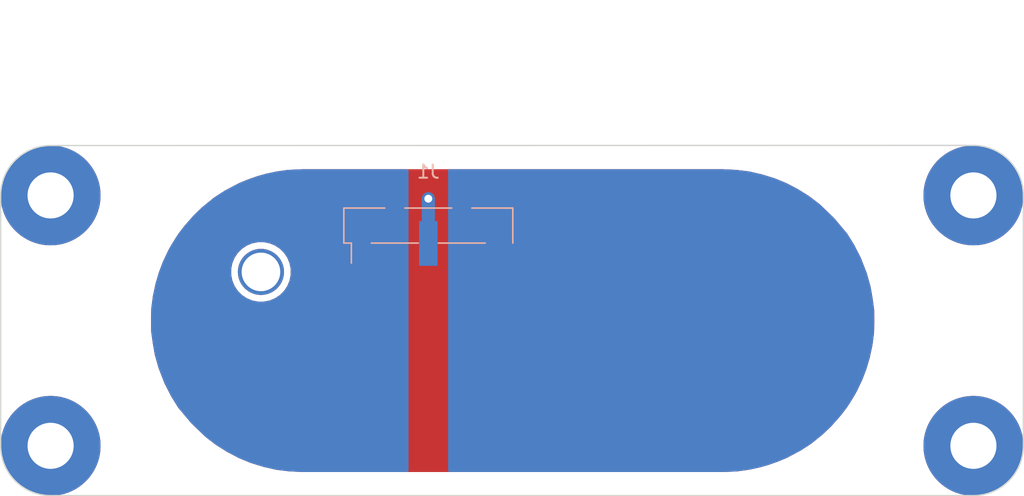
<source format=kicad_pcb>
(kicad_pcb (version 20171130) (host pcbnew "(5.1.0)-1")

  (general
    (thickness 1.6)
    (drawings 1)
    (tracks 0)
    (zones 0)
    (modules 1)
    (nets 4)
  )

  (page A4)
  (layers
    (0 F.Cu signal)
    (31 B.Cu signal)
    (32 B.Adhes user)
    (33 F.Adhes user)
    (34 B.Paste user)
    (35 F.Paste user)
    (36 B.SilkS user)
    (37 F.SilkS user)
    (38 B.Mask user)
    (39 F.Mask user)
    (40 Dwgs.User user)
    (41 Cmts.User user)
    (42 Eco1.User user)
    (43 Eco2.User user)
    (44 Edge.Cuts user)
    (45 Margin user)
    (46 B.CrtYd user)
    (47 F.CrtYd user)
    (48 B.Fab user)
    (49 F.Fab user)
  )

  (setup
    (last_trace_width 0.25)
    (trace_clearance 0.2)
    (zone_clearance 0.508)
    (zone_45_only no)
    (trace_min 0.2)
    (via_size 0.8)
    (via_drill 0.4)
    (via_min_size 0.4)
    (via_min_drill 0.3)
    (uvia_size 0.3)
    (uvia_drill 0.1)
    (uvias_allowed no)
    (uvia_min_size 0.2)
    (uvia_min_drill 0.1)
    (edge_width 0.05)
    (segment_width 0.2)
    (pcb_text_width 0.3)
    (pcb_text_size 1.5 1.5)
    (mod_edge_width 0.12)
    (mod_text_size 1 1)
    (mod_text_width 0.15)
    (pad_size 1 1)
    (pad_drill 0.6)
    (pad_to_mask_clearance 0.051)
    (solder_mask_min_width 0.25)
    (aux_axis_origin 0 0)
    (visible_elements 7FFFFFFF)
    (pcbplotparams
      (layerselection 0x350fc_ffffffff)
      (usegerberextensions false)
      (usegerberattributes false)
      (usegerberadvancedattributes false)
      (creategerberjobfile false)
      (excludeedgelayer true)
      (linewidth 0.100000)
      (plotframeref false)
      (viasonmask false)
      (mode 1)
      (useauxorigin false)
      (hpglpennumber 1)
      (hpglpenspeed 20)
      (hpglpendiameter 15.000000)
      (psnegative false)
      (psa4output false)
      (plotreference true)
      (plotvalue true)
      (plotinvisibletext false)
      (padsonsilk false)
      (subtractmaskfromsilk false)
      (outputformat 1)
      (mirror false)
      (drillshape 0)
      (scaleselection 1)
      (outputdirectory "Gerbers/"))
  )

  (net 0 "")
  (net 1 EXT_OUT)
  (net 2 EXT_NEG)
  (net 3 EXT_IN)

  (net_class Default "This is the default net class."
    (clearance 0.2)
    (trace_width 0.25)
    (via_dia 0.8)
    (via_drill 0.4)
    (uvia_dia 0.3)
    (uvia_drill 0.1)
    (add_net EXT_IN)
    (add_net EXT_NEG)
    (add_net EXT_OUT)
  )

  (module SiCAD:Joulscope_FP_baseline (layer F.Cu) (tedit 5D52C0B7) (tstamp 5D434C34)
    (at 150 100)
    (descr "surface-mounted straight pin header, 1x05, 2.54mm pitch, single row, style 2 (pin 1 right)")
    (tags "Surface mounted pin header SMD 1x05 2.54mm single row style2 pin1 right")
    (path /5D42E823)
    (attr smd)
    (fp_text reference J1 (at -6.35 -11.31) (layer B.SilkS)
      (effects (font (size 1 1) (thickness 0.15)) (justify mirror))
    )
    (fp_text value JS110_Joulescope (at -6.35 0.1) (layer F.Fab)
      (effects (font (size 1 1) (thickness 0.15)))
    )
    (fp_line (start 16 -11.5) (end -16 -11.5) (layer F.Fab) (width 0.12))
    (fp_line (start -16 11.5) (end 16 11.5) (layer F.Fab) (width 0.12))
    (fp_arc (start 16 0) (end 16 11.5) (angle -180) (layer F.Fab) (width 0.12))
    (fp_arc (start -16 0) (end -16 11.5) (angle 180) (layer F.Fab) (width 0.12))
    (fp_line (start -37.3 -6) (end -13.205 -6) (layer B.CrtYd) (width 0.12))
    (fp_line (start -37.3 -4) (end -13.2 -4.01) (layer B.CrtYd) (width 0.12))
    (fp_line (start -13.2 -3.86) (end -13.2 -4.01) (layer B.CrtYd) (width 0.12))
    (fp_line (start 0.5 -4.01) (end 0.5 -3.86) (layer B.CrtYd) (width 0.12))
    (fp_line (start -35.002006 11.799986) (end 35 11.8) (layer B.CrtYd) (width 0.12))
    (fp_line (start -37.3 -9.51) (end -37.3 -6) (layer B.CrtYd) (width 0.12))
    (fp_line (start 35.01 -11.8) (end -35.01 -11.8) (layer B.CrtYd) (width 0.12))
    (fp_line (start 37.3 -6) (end 37.3 -9.51) (layer B.CrtYd) (width 0.12))
    (fp_line (start 37.29 9.51) (end 37.3 -4) (layer B.CrtYd) (width 0.12))
    (fp_line (start -37.3 -4) (end -37.3 9.51) (layer B.CrtYd) (width 0.12))
    (fp_line (start 0.5 -6) (end 37.3 -6) (layer B.CrtYd) (width 0.12))
    (fp_line (start 0.5 -4.01) (end 37.3 -4) (layer B.CrtYd) (width 0.12))
    (fp_arc (start -35.01 9.51) (end -37.3 9.51) (angle -90.2) (layer B.CrtYd) (width 0.12))
    (fp_arc (start 35 9.51) (end 35 11.8) (angle -90) (layer B.CrtYd) (width 0.12))
    (fp_arc (start 35.01 -9.51) (end 37.3 -9.51) (angle -90) (layer B.CrtYd) (width 0.12))
    (fp_arc (start -35.01 -9.51) (end -35.01 -11.8) (angle -90) (layer B.CrtYd) (width 0.12))
    (fp_line (start 38.8 9.5) (end 38.8 -9.52) (layer B.CrtYd) (width 0.1))
    (fp_line (start -35.01 13.29) (end 35.01 13.29) (layer B.CrtYd) (width 0.1))
    (fp_line (start -35.01 -13.3) (end 35.01 -13.31) (layer B.CrtYd) (width 0.1))
    (fp_arc (start 35.01 9.5) (end 35.01 13.29) (angle -90) (layer B.CrtYd) (width 0.1))
    (fp_arc (start -35.01 9.5) (end -38.8 9.5) (angle -90) (layer B.CrtYd) (width 0.1))
    (fp_arc (start 35.01 -9.52) (end 38.8 -9.52) (angle -90) (layer B.CrtYd) (width 0.1))
    (fp_arc (start -35.01 -9.51) (end -35.01 -13.3) (angle -90) (layer B.CrtYd) (width 0.1))
    (fp_line (start -38.8 -9.51) (end -38.8 9.5) (layer B.CrtYd) (width 0.1))
    (fp_line (start 38.8 9.5) (end 38.8 -9.52) (layer Edge.Cuts) (width 0.1))
    (fp_line (start -35.01 13.29) (end 35.01 13.29) (layer Edge.Cuts) (width 0.1))
    (fp_line (start -35.01 -13.3) (end 35.01 -13.31) (layer Edge.Cuts) (width 0.1))
    (fp_arc (start 35.01 9.5) (end 35.01 13.29) (angle -90) (layer Edge.Cuts) (width 0.1))
    (fp_arc (start -35.01 9.5) (end -38.8 9.5) (angle -90) (layer Edge.Cuts) (width 0.1))
    (fp_arc (start 35.01 -9.52) (end 38.8 -9.52) (angle -90) (layer Edge.Cuts) (width 0.1))
    (fp_arc (start -35.01 -9.51) (end -35.01 -13.3) (angle -90) (layer Edge.Cuts) (width 0.1))
    (fp_line (start -38.8 -9.51) (end -38.8 9.5) (layer Edge.Cuts) (width 0.1))
    (fp_text user %R (at -6.45 -7.21 -180) (layer B.Fab)
      (effects (font (size 1 1) (thickness 0.15)) (justify mirror))
    )
    (fp_line (start -13.205 -6) (end -13.2 -10.76) (layer B.CrtYd) (width 0.12))
    (fp_line (start 0.5 -3.86) (end -13.2 -3.86) (layer B.CrtYd) (width 0.12))
    (fp_line (start 0.5 -10.76) (end 0.5 -6) (layer B.CrtYd) (width 0.12))
    (fp_line (start -13.2 -10.76) (end 0.5 -10.76) (layer B.CrtYd) (width 0.12))
    (fp_line (start -3.05 -8.55) (end 0.06 -8.55) (layer B.SilkS) (width 0.12))
    (fp_line (start -8.13 -8.55) (end -4.57 -8.55) (layer B.SilkS) (width 0.12))
    (fp_line (start -0.51 -8.55) (end 0.06 -8.55) (layer B.SilkS) (width 0.12))
    (fp_line (start -12.76 -5.89) (end -12.19 -5.89) (layer B.SilkS) (width 0.12))
    (fp_line (start -12.19 -5.89) (end -12.19 -4.37) (layer B.SilkS) (width 0.12))
    (fp_line (start -12.76 -8.55) (end -9.65 -8.55) (layer B.SilkS) (width 0.12))
    (fp_line (start -5.59 -5.89) (end -2.03 -5.89) (layer B.SilkS) (width 0.12))
    (fp_line (start -10.67 -5.89) (end -7.11 -5.89) (layer B.SilkS) (width 0.12))
    (fp_line (start 0.06 -8.55) (end 0.06 -5.89) (layer B.SilkS) (width 0.12))
    (fp_line (start -12.76 -8.55) (end -12.76 -5.89) (layer B.SilkS) (width 0.12))
    (fp_line (start -0.95 -4.68) (end -0.95 -5.95) (layer B.Fab) (width 0.1))
    (fp_line (start -1.59 -4.68) (end -0.95 -4.68) (layer B.Fab) (width 0.1))
    (fp_line (start -1.59 -5.95) (end -1.59 -4.68) (layer B.Fab) (width 0.1))
    (fp_line (start -6.03 -4.68) (end -6.03 -5.95) (layer B.Fab) (width 0.1))
    (fp_line (start -6.67 -4.68) (end -6.03 -4.68) (layer B.Fab) (width 0.1))
    (fp_line (start -6.67 -5.95) (end -6.67 -4.68) (layer B.Fab) (width 0.1))
    (fp_line (start -11.11 -4.68) (end -11.11 -5.95) (layer B.Fab) (width 0.1))
    (fp_line (start -11.75 -4.68) (end -11.11 -4.68) (layer B.Fab) (width 0.1))
    (fp_line (start -11.75 -5.95) (end -11.75 -4.68) (layer B.Fab) (width 0.1))
    (fp_line (start -3.49 -9.76) (end -3.49 -8.49) (layer B.Fab) (width 0.1))
    (fp_line (start -4.13 -9.76) (end -3.49 -9.76) (layer B.Fab) (width 0.1))
    (fp_line (start -4.13 -8.49) (end -4.13 -9.76) (layer B.Fab) (width 0.1))
    (fp_line (start -8.57 -9.76) (end -8.57 -8.49) (layer B.Fab) (width 0.1))
    (fp_line (start -9.21 -9.76) (end -8.57 -9.76) (layer B.Fab) (width 0.1))
    (fp_line (start -9.21 -8.49) (end -9.21 -9.76) (layer B.Fab) (width 0.1))
    (fp_line (start -12.7 -8.49) (end 0 -8.49) (layer B.Fab) (width 0.1))
    (fp_line (start -11.75 -5.95) (end -12.7 -6.9) (layer B.Fab) (width 0.1))
    (fp_line (start 0 -5.95) (end -11.75 -5.95) (layer B.Fab) (width 0.1))
    (fp_line (start -12.7 -8.49) (end -12.7 -6.9) (layer B.Fab) (width 0.1))
    (fp_line (start 0 -5.95) (end 0 -8.49) (layer B.Fab) (width 0.1))
    (fp_poly (pts (xy -6.35 -8.81) (xy -6.85 -9.26) (xy -6.85 -5.61) (xy -5.85 -5.61)
      (xy -5.85 -9.26)) (layer B.Cu) (width 0))
    (fp_arc (start 16 0) (end 16 11.5) (angle -180) (layer B.Fab) (width 0.12))
    (fp_arc (start -16 0) (end -16 11.5) (angle 180) (layer B.Fab) (width 0.12))
    (fp_line (start -16 -11.5) (end -7.85 -11.5) (layer B.Fab) (width 0.12))
    (fp_line (start -7.85 -11.5) (end -7.85 11.5) (layer B.Fab) (width 0.12))
    (fp_line (start -7.85 11.5) (end -16 11.5) (layer B.Fab) (width 0.12))
    (fp_line (start -4.85 -11.5) (end 16 -11.5) (layer B.Fab) (width 0.12))
    (fp_line (start -4.85 -11.5) (end -4.85 11.5) (layer B.Fab) (width 0.12))
    (fp_line (start -4.85 11.5) (end 16 11.5) (layer B.Fab) (width 0.12))
    (pad "" thru_hole circle (at -19.05 -3.7) (size 3.5 3.5) (drill 2.93) (layers *.Cu))
    (pad "" thru_hole circle (at 35.01 9.51) (size 7.58 7.58) (drill 3.5) (layers *.Cu))
    (pad "" thru_hole circle (at -35.01 9.51) (size 7.58 7.58) (drill 3.5) (layers *.Cu))
    (pad "" thru_hole circle (at 35.01 -9.51) (size 7.58 7.58) (drill 3.5) (layers *.Cu))
    (pad "" thru_hole circle (at -35.01 -9.51) (size 7.58 7.58) (drill 3.5) (layers *.Cu))
    (pad 5 smd rect (at -1.27 -5.86 270) (size 3.4 1.4) (layers B.Cu B.Paste B.Mask)
      (net 1 EXT_OUT) (zone_connect 2))
    (pad 3 smd rect (at -6.35 -5.86 270) (size 3.4 1.4) (layers B.Cu B.Paste B.Mask)
      (net 2 EXT_NEG) (zone_connect 2))
    (pad 1 smd rect (at -11.43 -5.86 270) (size 3.4 1.4) (layers B.Cu B.Paste B.Mask)
      (net 3 EXT_IN) (zone_connect 2))
    (pad 5 smd rect (at -3.81 -8.76 270) (size 3.4 1.4) (layers B.Cu B.Paste B.Mask)
      (net 1 EXT_OUT) (zone_connect 2))
    (pad 1 smd rect (at -8.89 -8.76 270) (size 3.4 1.4) (layers B.Cu B.Paste B.Mask)
      (net 3 EXT_IN) (zone_connect 2))
    (pad 3 thru_hole circle (at -6.35 -9.26) (size 1 1) (drill 0.6) (layers *.Cu)
      (net 2 EXT_NEG) (zone_connect 2))
    (model ${KISYS3DMOD}/Connector_PinHeader_2.54mm.3dshapes/PinHeader_1x05_P2.54mm_Vertical_SMD_Pin1Right.wrl
      (offset (xyz -6.5 7.1 -1.6))
      (scale (xyz 1 1 1))
      (rotate (xyz 0 180 -90))
    )
  )

  (gr_text "JS110 Joulescope Front Panel\nBaseline Layout" (at 150 80) (layer Eco2.User)
    (effects (font (size 2.5 2.5) (thickness 0.5)))
  )

  (zone (net 3) (net_name EXT_IN) (layer B.Cu) (tstamp 5D5874A4) (hatch edge 0.508)
    (connect_pads (clearance 0.508))
    (min_thickness 0.254)
    (fill yes (arc_segments 32) (thermal_gap 0.508) (thermal_bridge_width 0.508))
    (polygon
      (pts
        (xy 134.1 111.5) (xy 133.1 111.45) (xy 132.11 111.33) (xy 131.15 111.11) (xy 130.17 110.81)
        (xy 129.25 110.43) (xy 128.36 109.96) (xy 127.52 109.43) (xy 126.74 108.83) (xy 125.65 107.78)
        (xy 124.67 106.61) (xy 124.14 105.76) (xy 123.63 104.76) (xy 123.18 103.6) (xy 122.89 102.57)
        (xy 122.74 101.7) (xy 122.62 100.83) (xy 122.61 100) (xy 122.62 99.47) (xy 122.63 99.06)
        (xy 122.75 98.14) (xy 122.95 97.2) (xy 123.2 96.35) (xy 123.51 95.53) (xy 123.92 94.66)
        (xy 124.14 94.27) (xy 124.49 93.7) (xy 124.71 93.37) (xy 125.1 92.86) (xy 125.4 92.51)
        (xy 125.89 91.96) (xy 126.52 91.36) (xy 127.1 90.89) (xy 127.41 90.64) (xy 128.2 90.13)
        (xy 128.78 89.82) (xy 129.3 89.55) (xy 129.98 89.27) (xy 130.7 89.02) (xy 131.35 88.84)
        (xy 132.15 88.67) (xy 133 88.55) (xy 134.1 88.5) (xy 142.15 88.5) (xy 142.15 111.5)
      )
    )
    (filled_polygon
      (pts
        (xy 142.023 111.373) (xy 134.103182 111.373) (xy 133.110816 111.323382) (xy 132.131888 111.204724) (xy 131.182809 110.987227)
        (xy 130.212928 110.690324) (xy 129.304012 110.314902) (xy 128.42363 109.849981) (xy 127.592758 109.325741) (xy 126.82303 108.733642)
        (xy 125.742998 107.693245) (xy 124.773066 106.535264) (xy 124.250653 105.697433) (xy 123.74607 104.708054) (xy 123.3006 103.559732)
        (xy 123.014032 102.541922) (xy 122.865519 101.680546) (xy 122.746895 100.820522) (xy 122.737014 100.000413) (xy 122.74697 99.472776)
        (xy 122.756799 99.069788) (xy 122.875276 98.161461) (xy 123.073209 97.231177) (xy 123.320487 96.390432) (xy 123.443479 96.065098)
        (xy 128.565 96.065098) (xy 128.565 96.534902) (xy 128.656654 96.995679) (xy 128.83644 97.429721) (xy 129.09745 97.820349)
        (xy 129.429651 98.15255) (xy 129.820279 98.41356) (xy 130.254321 98.593346) (xy 130.715098 98.685) (xy 131.184902 98.685)
        (xy 131.645679 98.593346) (xy 132.079721 98.41356) (xy 132.470349 98.15255) (xy 132.80255 97.820349) (xy 133.06356 97.429721)
        (xy 133.243346 96.995679) (xy 133.335 96.534902) (xy 133.335 96.065098) (xy 133.243346 95.604321) (xy 133.06356 95.170279)
        (xy 132.80255 94.779651) (xy 132.470349 94.44745) (xy 132.079721 94.18644) (xy 131.645679 94.006654) (xy 131.184902 93.915)
        (xy 130.715098 93.915) (xy 130.254321 94.006654) (xy 129.820279 94.18644) (xy 129.429651 94.44745) (xy 129.09745 94.779651)
        (xy 128.83644 95.170279) (xy 128.656654 95.604321) (xy 128.565 96.065098) (xy 123.443479 96.065098) (xy 123.627019 95.579606)
        (xy 124.0329 94.718345) (xy 124.249456 94.334451) (xy 124.596989 93.768468) (xy 124.813387 93.443872) (xy 125.198719 92.939976)
        (xy 125.495655 92.59355) (xy 125.981358 92.048373) (xy 126.603912 91.455465) (xy 127.179725 90.988858) (xy 127.484507 90.743066)
        (xy 128.264487 90.239535) (xy 128.839163 89.93238) (xy 129.353548 89.665296) (xy 130.025035 89.388801) (xy 130.737813 89.141309)
        (xy 131.380183 88.963422) (xy 132.1721 88.795139) (xy 133.011786 88.676595) (xy 134.102885 88.627) (xy 142.023 88.627)
      )
    )
  )
  (zone (net 2) (net_name EXT_NEG) (layer F.Cu) (tstamp 5D5874A1) (hatch edge 0.508)
    (connect_pads (clearance 0.508))
    (min_thickness 0.254)
    (fill yes (arc_segments 32) (thermal_gap 0.508) (thermal_bridge_width 0.508))
    (polygon
      (pts
        (xy 166 88.5) (xy 167 88.55) (xy 167.99 88.67) (xy 168.95 88.89) (xy 169.93 89.19)
        (xy 170.85 89.57) (xy 171.74 90.04) (xy 172.58 90.57) (xy 173.36 91.17) (xy 174.45 92.22)
        (xy 175.43 93.39) (xy 175.96 94.24) (xy 176.47 95.24) (xy 176.92 96.4) (xy 177.21 97.43)
        (xy 177.36 98.3) (xy 177.48 99.17) (xy 177.49 100) (xy 177.48 100.53) (xy 177.47 100.94)
        (xy 177.35 101.86) (xy 177.15 102.8) (xy 176.9 103.65) (xy 176.59 104.47) (xy 176.18 105.34)
        (xy 175.96 105.73) (xy 175.61 106.3) (xy 175.39 106.63) (xy 175 107.14) (xy 174.7 107.49)
        (xy 174.21 108.04) (xy 173.58 108.64) (xy 173 109.11) (xy 172.69 109.36) (xy 171.9 109.87)
        (xy 171.32 110.18) (xy 170.8 110.45) (xy 170.12 110.73) (xy 169.4 110.98) (xy 168.75 111.16)
        (xy 167.95 111.33) (xy 167.1 111.45) (xy 166 111.5) (xy 150 111.5) (xy 134.1 111.5)
        (xy 133.1 111.45) (xy 132.11 111.33) (xy 131.15 111.11) (xy 130.17 110.81) (xy 129.25 110.43)
        (xy 128.36 109.96) (xy 127.52 109.43) (xy 126.74 108.83) (xy 125.65 107.78) (xy 124.67 106.61)
        (xy 124.14 105.76) (xy 123.63 104.76) (xy 123.18 103.6) (xy 122.89 102.57) (xy 122.74 101.7)
        (xy 122.62 100.83) (xy 122.61 100) (xy 122.62 99.47) (xy 122.63 99.06) (xy 122.75 98.14)
        (xy 122.95 97.2) (xy 123.2 96.35) (xy 123.51 95.53) (xy 123.92 94.66) (xy 124.14 94.27)
        (xy 124.49 93.7) (xy 124.71 93.37) (xy 125.1 92.86) (xy 125.4 92.51) (xy 125.89 91.96)
        (xy 126.52 91.36) (xy 127.1 90.89) (xy 127.41 90.64) (xy 128.2 90.13) (xy 128.78 89.82)
        (xy 129.3 89.55) (xy 129.98 89.27) (xy 130.7 89.02) (xy 131.35 88.84) (xy 132.15 88.67)
        (xy 133 88.55) (xy 134.1 88.5) (xy 150 88.5)
      )
    )
    (filled_polygon
      (pts
        (xy 166.989184 88.676618) (xy 167.968112 88.795276) (xy 168.917191 89.012773) (xy 169.887072 89.309676) (xy 170.795988 89.685098)
        (xy 171.67637 90.150019) (xy 172.507242 90.674259) (xy 173.27697 91.266358) (xy 174.357002 92.306755) (xy 175.326934 93.464736)
        (xy 175.849347 94.302567) (xy 176.35393 95.291946) (xy 176.7994 96.440268) (xy 177.085968 97.458078) (xy 177.234481 98.319454)
        (xy 177.353105 99.179478) (xy 177.362986 99.999587) (xy 177.35303 100.527224) (xy 177.343201 100.930212) (xy 177.224724 101.838539)
        (xy 177.026791 102.768823) (xy 176.779513 103.609568) (xy 176.472981 104.420394) (xy 176.0671 105.281655) (xy 175.850544 105.665549)
        (xy 175.503011 106.231532) (xy 175.286613 106.556128) (xy 174.901281 107.060024) (xy 174.604345 107.40645) (xy 174.118642 107.951627)
        (xy 173.496088 108.544535) (xy 172.920275 109.011142) (xy 172.615493 109.256934) (xy 171.835513 109.760465) (xy 171.260837 110.06762)
        (xy 170.746452 110.334704) (xy 170.074965 110.611199) (xy 169.362187 110.858691) (xy 168.719817 111.036578) (xy 167.9279 111.204861)
        (xy 167.088214 111.323405) (xy 165.997115 111.373) (xy 134.103182 111.373) (xy 133.110816 111.323382) (xy 132.131888 111.204724)
        (xy 131.182809 110.987227) (xy 130.212928 110.690324) (xy 129.304012 110.314902) (xy 128.42363 109.849981) (xy 127.592758 109.325741)
        (xy 126.82303 108.733642) (xy 125.742998 107.693245) (xy 124.773066 106.535264) (xy 124.250653 105.697433) (xy 123.74607 104.708054)
        (xy 123.3006 103.559732) (xy 123.014032 102.541922) (xy 122.865519 101.680546) (xy 122.746895 100.820522) (xy 122.737014 100.000413)
        (xy 122.74697 99.472776) (xy 122.756799 99.069788) (xy 122.875276 98.161461) (xy 123.073209 97.231177) (xy 123.320487 96.390432)
        (xy 123.443479 96.065098) (xy 128.565 96.065098) (xy 128.565 96.534902) (xy 128.656654 96.995679) (xy 128.83644 97.429721)
        (xy 129.09745 97.820349) (xy 129.429651 98.15255) (xy 129.820279 98.41356) (xy 130.254321 98.593346) (xy 130.715098 98.685)
        (xy 131.184902 98.685) (xy 131.645679 98.593346) (xy 132.079721 98.41356) (xy 132.470349 98.15255) (xy 132.80255 97.820349)
        (xy 133.06356 97.429721) (xy 133.243346 96.995679) (xy 133.335 96.534902) (xy 133.335 96.065098) (xy 133.243346 95.604321)
        (xy 133.06356 95.170279) (xy 132.80255 94.779651) (xy 132.470349 94.44745) (xy 132.079721 94.18644) (xy 131.645679 94.006654)
        (xy 131.184902 93.915) (xy 130.715098 93.915) (xy 130.254321 94.006654) (xy 129.820279 94.18644) (xy 129.429651 94.44745)
        (xy 129.09745 94.779651) (xy 128.83644 95.170279) (xy 128.656654 95.604321) (xy 128.565 96.065098) (xy 123.443479 96.065098)
        (xy 123.627019 95.579606) (xy 124.0329 94.718345) (xy 124.249456 94.334451) (xy 124.596989 93.768468) (xy 124.813387 93.443872)
        (xy 125.198719 92.939976) (xy 125.495655 92.59355) (xy 125.981358 92.048373) (xy 126.603912 91.455465) (xy 127.179725 90.988858)
        (xy 127.484507 90.743066) (xy 128.264487 90.239535) (xy 128.839163 89.93238) (xy 129.353548 89.665296) (xy 130.025035 89.388801)
        (xy 130.737813 89.141309) (xy 131.380183 88.963422) (xy 132.1721 88.795139) (xy 133.011786 88.676595) (xy 134.102885 88.627)
        (xy 165.996818 88.627)
      )
    )
  )
  (zone (net 1) (net_name EXT_OUT) (layer B.Cu) (tstamp 5D58749E) (hatch edge 0.508)
    (connect_pads (clearance 0.508))
    (min_thickness 0.254)
    (fill yes (arc_segments 32) (thermal_gap 0.508) (thermal_bridge_width 0.508))
    (polygon
      (pts
        (xy 166 88.5) (xy 167 88.55) (xy 167.99 88.67) (xy 168.95 88.89) (xy 169.93 89.19)
        (xy 170.85 89.57) (xy 171.74 90.04) (xy 172.58 90.57) (xy 173.36 91.17) (xy 174.45 92.22)
        (xy 175.43 93.39) (xy 175.96 94.24) (xy 176.47 95.24) (xy 176.92 96.4) (xy 177.21 97.43)
        (xy 177.36 98.3) (xy 177.48 99.17) (xy 177.49 100) (xy 177.48 100.53) (xy 177.47 100.94)
        (xy 177.35 101.86) (xy 177.15 102.8) (xy 176.9 103.65) (xy 176.59 104.47) (xy 176.18 105.34)
        (xy 175.96 105.73) (xy 175.61 106.3) (xy 175.39 106.63) (xy 175 107.14) (xy 174.7 107.49)
        (xy 174.21 108.04) (xy 173.58 108.64) (xy 173 109.11) (xy 172.69 109.36) (xy 171.9 109.87)
        (xy 171.32 110.18) (xy 170.8 110.45) (xy 170.12 110.73) (xy 169.4 110.98) (xy 168.75 111.16)
        (xy 167.95 111.33) (xy 167.1 111.45) (xy 166 111.5) (xy 145.15 111.5) (xy 145.15 88.5)
      )
    )
    (filled_polygon
      (pts
        (xy 166.989184 88.676618) (xy 167.968112 88.795276) (xy 168.917191 89.012773) (xy 169.887072 89.309676) (xy 170.795988 89.685098)
        (xy 171.67637 90.150019) (xy 172.507242 90.674259) (xy 173.27697 91.266358) (xy 174.357002 92.306755) (xy 175.326934 93.464736)
        (xy 175.849347 94.302567) (xy 176.35393 95.291946) (xy 176.7994 96.440268) (xy 177.085968 97.458078) (xy 177.234481 98.319454)
        (xy 177.353105 99.179478) (xy 177.362986 99.999587) (xy 177.35303 100.527224) (xy 177.343201 100.930212) (xy 177.224724 101.838539)
        (xy 177.026791 102.768823) (xy 176.779513 103.609568) (xy 176.472981 104.420394) (xy 176.0671 105.281655) (xy 175.850544 105.665549)
        (xy 175.503011 106.231532) (xy 175.286613 106.556128) (xy 174.901281 107.060024) (xy 174.604345 107.40645) (xy 174.118642 107.951627)
        (xy 173.496088 108.544535) (xy 172.920275 109.011142) (xy 172.615493 109.256934) (xy 171.835513 109.760465) (xy 171.260837 110.06762)
        (xy 170.746452 110.334704) (xy 170.074965 110.611199) (xy 169.362187 110.858691) (xy 168.719817 111.036578) (xy 167.9279 111.204861)
        (xy 167.088214 111.323405) (xy 165.997115 111.373) (xy 145.277 111.373) (xy 145.277 88.627) (xy 165.996818 88.627)
      )
    )
  )
)

</source>
